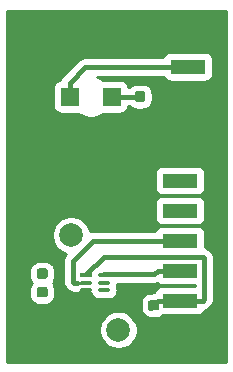
<source format=gbr>
G04 #@! TF.GenerationSoftware,KiCad,Pcbnew,5.1.5+dfsg1-2~bpo9+1*
G04 #@! TF.CreationDate,2020-08-27T14:33:41-04:00*
G04 #@! TF.ProjectId,turbidimeter,74757262-6964-4696-9d65-7465722e6b69,rev?*
G04 #@! TF.SameCoordinates,PX69d4eb8PY3e41030*
G04 #@! TF.FileFunction,Copper,L1,Top*
G04 #@! TF.FilePolarity,Positive*
%FSLAX46Y46*%
G04 Gerber Fmt 4.6, Leading zero omitted, Abs format (unit mm)*
G04 Created by KiCad (PCBNEW 5.1.5+dfsg1-2~bpo9+1) date 2020-08-27 14:33:41*
%MOMM*%
%LPD*%
G04 APERTURE LIST*
%ADD10R,2.999740X1.249680*%
%ADD11C,0.150000*%
%ADD12R,1.498600X1.597660*%
%ADD13O,1.049020X0.299720*%
%ADD14R,1.049020X0.299720*%
%ADD15C,2.000000*%
%ADD16C,0.400000*%
%ADD17C,0.250000*%
%ADD18C,0.254000*%
G04 APERTURE END LIST*
D10*
X15435580Y-7416800D03*
X15435580Y-4876800D03*
G04 #@! TA.AperFunction,SMDPad,CuDef*
D11*
G36*
X3376491Y-21953553D02*
G01*
X3397726Y-21956703D01*
X3418550Y-21961919D01*
X3438762Y-21969151D01*
X3458168Y-21978330D01*
X3476581Y-21989366D01*
X3493824Y-22002154D01*
X3509730Y-22016570D01*
X3524146Y-22032476D01*
X3536934Y-22049719D01*
X3547970Y-22068132D01*
X3557149Y-22087538D01*
X3564381Y-22107750D01*
X3569597Y-22128574D01*
X3572747Y-22149809D01*
X3573800Y-22171250D01*
X3573800Y-22608750D01*
X3572747Y-22630191D01*
X3569597Y-22651426D01*
X3564381Y-22672250D01*
X3557149Y-22692462D01*
X3547970Y-22711868D01*
X3536934Y-22730281D01*
X3524146Y-22747524D01*
X3509730Y-22763430D01*
X3493824Y-22777846D01*
X3476581Y-22790634D01*
X3458168Y-22801670D01*
X3438762Y-22810849D01*
X3418550Y-22818081D01*
X3397726Y-22823297D01*
X3376491Y-22826447D01*
X3355050Y-22827500D01*
X2842550Y-22827500D01*
X2821109Y-22826447D01*
X2799874Y-22823297D01*
X2779050Y-22818081D01*
X2758838Y-22810849D01*
X2739432Y-22801670D01*
X2721019Y-22790634D01*
X2703776Y-22777846D01*
X2687870Y-22763430D01*
X2673454Y-22747524D01*
X2660666Y-22730281D01*
X2649630Y-22711868D01*
X2640451Y-22692462D01*
X2633219Y-22672250D01*
X2628003Y-22651426D01*
X2624853Y-22630191D01*
X2623800Y-22608750D01*
X2623800Y-22171250D01*
X2624853Y-22149809D01*
X2628003Y-22128574D01*
X2633219Y-22107750D01*
X2640451Y-22087538D01*
X2649630Y-22068132D01*
X2660666Y-22049719D01*
X2673454Y-22032476D01*
X2687870Y-22016570D01*
X2703776Y-22002154D01*
X2721019Y-21989366D01*
X2739432Y-21978330D01*
X2758838Y-21969151D01*
X2779050Y-21961919D01*
X2799874Y-21956703D01*
X2821109Y-21953553D01*
X2842550Y-21952500D01*
X3355050Y-21952500D01*
X3376491Y-21953553D01*
G37*
G04 #@! TD.AperFunction*
G04 #@! TA.AperFunction,SMDPad,CuDef*
G36*
X3376491Y-23528553D02*
G01*
X3397726Y-23531703D01*
X3418550Y-23536919D01*
X3438762Y-23544151D01*
X3458168Y-23553330D01*
X3476581Y-23564366D01*
X3493824Y-23577154D01*
X3509730Y-23591570D01*
X3524146Y-23607476D01*
X3536934Y-23624719D01*
X3547970Y-23643132D01*
X3557149Y-23662538D01*
X3564381Y-23682750D01*
X3569597Y-23703574D01*
X3572747Y-23724809D01*
X3573800Y-23746250D01*
X3573800Y-24183750D01*
X3572747Y-24205191D01*
X3569597Y-24226426D01*
X3564381Y-24247250D01*
X3557149Y-24267462D01*
X3547970Y-24286868D01*
X3536934Y-24305281D01*
X3524146Y-24322524D01*
X3509730Y-24338430D01*
X3493824Y-24352846D01*
X3476581Y-24365634D01*
X3458168Y-24376670D01*
X3438762Y-24385849D01*
X3418550Y-24393081D01*
X3397726Y-24398297D01*
X3376491Y-24401447D01*
X3355050Y-24402500D01*
X2842550Y-24402500D01*
X2821109Y-24401447D01*
X2799874Y-24398297D01*
X2779050Y-24393081D01*
X2758838Y-24385849D01*
X2739432Y-24376670D01*
X2721019Y-24365634D01*
X2703776Y-24352846D01*
X2687870Y-24338430D01*
X2673454Y-24322524D01*
X2660666Y-24305281D01*
X2649630Y-24286868D01*
X2640451Y-24267462D01*
X2633219Y-24247250D01*
X2628003Y-24226426D01*
X2624853Y-24205191D01*
X2623800Y-24183750D01*
X2623800Y-23746250D01*
X2624853Y-23724809D01*
X2628003Y-23703574D01*
X2633219Y-23682750D01*
X2640451Y-23662538D01*
X2649630Y-23643132D01*
X2660666Y-23624719D01*
X2673454Y-23607476D01*
X2687870Y-23591570D01*
X2703776Y-23577154D01*
X2721019Y-23564366D01*
X2739432Y-23553330D01*
X2758838Y-23544151D01*
X2779050Y-23536919D01*
X2799874Y-23531703D01*
X2821109Y-23528553D01*
X2842550Y-23527500D01*
X3355050Y-23527500D01*
X3376491Y-23528553D01*
G37*
G04 #@! TD.AperFunction*
D12*
X9012020Y-7409800D03*
X5415380Y-7409800D03*
D13*
X8331300Y-22500000D03*
X8331300Y-23147700D03*
X8331300Y-23795400D03*
X6781900Y-23795400D03*
X6781900Y-23147700D03*
D14*
X6781900Y-22500000D03*
G04 #@! TA.AperFunction,SMDPad,CuDef*
D11*
G36*
X11619291Y-6930153D02*
G01*
X11640526Y-6933303D01*
X11661350Y-6938519D01*
X11681562Y-6945751D01*
X11700968Y-6954930D01*
X11719381Y-6965966D01*
X11736624Y-6978754D01*
X11752530Y-6993170D01*
X11766946Y-7009076D01*
X11779734Y-7026319D01*
X11790770Y-7044732D01*
X11799949Y-7064138D01*
X11807181Y-7084350D01*
X11812397Y-7105174D01*
X11815547Y-7126409D01*
X11816600Y-7147850D01*
X11816600Y-7660350D01*
X11815547Y-7681791D01*
X11812397Y-7703026D01*
X11807181Y-7723850D01*
X11799949Y-7744062D01*
X11790770Y-7763468D01*
X11779734Y-7781881D01*
X11766946Y-7799124D01*
X11752530Y-7815030D01*
X11736624Y-7829446D01*
X11719381Y-7842234D01*
X11700968Y-7853270D01*
X11681562Y-7862449D01*
X11661350Y-7869681D01*
X11640526Y-7874897D01*
X11619291Y-7878047D01*
X11597850Y-7879100D01*
X11160350Y-7879100D01*
X11138909Y-7878047D01*
X11117674Y-7874897D01*
X11096850Y-7869681D01*
X11076638Y-7862449D01*
X11057232Y-7853270D01*
X11038819Y-7842234D01*
X11021576Y-7829446D01*
X11005670Y-7815030D01*
X10991254Y-7799124D01*
X10978466Y-7781881D01*
X10967430Y-7763468D01*
X10958251Y-7744062D01*
X10951019Y-7723850D01*
X10945803Y-7703026D01*
X10942653Y-7681791D01*
X10941600Y-7660350D01*
X10941600Y-7147850D01*
X10942653Y-7126409D01*
X10945803Y-7105174D01*
X10951019Y-7084350D01*
X10958251Y-7064138D01*
X10967430Y-7044732D01*
X10978466Y-7026319D01*
X10991254Y-7009076D01*
X11005670Y-6993170D01*
X11021576Y-6978754D01*
X11038819Y-6965966D01*
X11057232Y-6954930D01*
X11076638Y-6945751D01*
X11096850Y-6938519D01*
X11117674Y-6933303D01*
X11138909Y-6930153D01*
X11160350Y-6929100D01*
X11597850Y-6929100D01*
X11619291Y-6930153D01*
G37*
G04 #@! TD.AperFunction*
G04 #@! TA.AperFunction,SMDPad,CuDef*
G36*
X13194291Y-6930153D02*
G01*
X13215526Y-6933303D01*
X13236350Y-6938519D01*
X13256562Y-6945751D01*
X13275968Y-6954930D01*
X13294381Y-6965966D01*
X13311624Y-6978754D01*
X13327530Y-6993170D01*
X13341946Y-7009076D01*
X13354734Y-7026319D01*
X13365770Y-7044732D01*
X13374949Y-7064138D01*
X13382181Y-7084350D01*
X13387397Y-7105174D01*
X13390547Y-7126409D01*
X13391600Y-7147850D01*
X13391600Y-7660350D01*
X13390547Y-7681791D01*
X13387397Y-7703026D01*
X13382181Y-7723850D01*
X13374949Y-7744062D01*
X13365770Y-7763468D01*
X13354734Y-7781881D01*
X13341946Y-7799124D01*
X13327530Y-7815030D01*
X13311624Y-7829446D01*
X13294381Y-7842234D01*
X13275968Y-7853270D01*
X13256562Y-7862449D01*
X13236350Y-7869681D01*
X13215526Y-7874897D01*
X13194291Y-7878047D01*
X13172850Y-7879100D01*
X12735350Y-7879100D01*
X12713909Y-7878047D01*
X12692674Y-7874897D01*
X12671850Y-7869681D01*
X12651638Y-7862449D01*
X12632232Y-7853270D01*
X12613819Y-7842234D01*
X12596576Y-7829446D01*
X12580670Y-7815030D01*
X12566254Y-7799124D01*
X12553466Y-7781881D01*
X12542430Y-7763468D01*
X12533251Y-7744062D01*
X12526019Y-7723850D01*
X12520803Y-7703026D01*
X12517653Y-7681791D01*
X12516600Y-7660350D01*
X12516600Y-7147850D01*
X12517653Y-7126409D01*
X12520803Y-7105174D01*
X12526019Y-7084350D01*
X12533251Y-7064138D01*
X12542430Y-7044732D01*
X12553466Y-7026319D01*
X12566254Y-7009076D01*
X12580670Y-6993170D01*
X12596576Y-6978754D01*
X12613819Y-6965966D01*
X12632232Y-6954930D01*
X12651638Y-6945751D01*
X12671850Y-6938519D01*
X12692674Y-6933303D01*
X12713909Y-6930153D01*
X12735350Y-6929100D01*
X13172850Y-6929100D01*
X13194291Y-6930153D01*
G37*
G04 #@! TD.AperFunction*
D10*
X14775180Y-27216100D03*
X14775180Y-24676100D03*
X14775180Y-22136100D03*
X14775180Y-19596100D03*
X14775180Y-17056100D03*
X14775180Y-14516100D03*
G04 #@! TA.AperFunction,SMDPad,CuDef*
D11*
G36*
X12825291Y-26208253D02*
G01*
X12846526Y-26211403D01*
X12867350Y-26216619D01*
X12887562Y-26223851D01*
X12906968Y-26233030D01*
X12925381Y-26244066D01*
X12942624Y-26256854D01*
X12958530Y-26271270D01*
X12972946Y-26287176D01*
X12985734Y-26304419D01*
X12996770Y-26322832D01*
X13005949Y-26342238D01*
X13013181Y-26362450D01*
X13018397Y-26383274D01*
X13021547Y-26404509D01*
X13022600Y-26425950D01*
X13022600Y-26863450D01*
X13021547Y-26884891D01*
X13018397Y-26906126D01*
X13013181Y-26926950D01*
X13005949Y-26947162D01*
X12996770Y-26966568D01*
X12985734Y-26984981D01*
X12972946Y-27002224D01*
X12958530Y-27018130D01*
X12942624Y-27032546D01*
X12925381Y-27045334D01*
X12906968Y-27056370D01*
X12887562Y-27065549D01*
X12867350Y-27072781D01*
X12846526Y-27077997D01*
X12825291Y-27081147D01*
X12803850Y-27082200D01*
X12291350Y-27082200D01*
X12269909Y-27081147D01*
X12248674Y-27077997D01*
X12227850Y-27072781D01*
X12207638Y-27065549D01*
X12188232Y-27056370D01*
X12169819Y-27045334D01*
X12152576Y-27032546D01*
X12136670Y-27018130D01*
X12122254Y-27002224D01*
X12109466Y-26984981D01*
X12098430Y-26966568D01*
X12089251Y-26947162D01*
X12082019Y-26926950D01*
X12076803Y-26906126D01*
X12073653Y-26884891D01*
X12072600Y-26863450D01*
X12072600Y-26425950D01*
X12073653Y-26404509D01*
X12076803Y-26383274D01*
X12082019Y-26362450D01*
X12089251Y-26342238D01*
X12098430Y-26322832D01*
X12109466Y-26304419D01*
X12122254Y-26287176D01*
X12136670Y-26271270D01*
X12152576Y-26256854D01*
X12169819Y-26244066D01*
X12188232Y-26233030D01*
X12207638Y-26223851D01*
X12227850Y-26216619D01*
X12248674Y-26211403D01*
X12269909Y-26208253D01*
X12291350Y-26207200D01*
X12803850Y-26207200D01*
X12825291Y-26208253D01*
G37*
G04 #@! TD.AperFunction*
G04 #@! TA.AperFunction,SMDPad,CuDef*
G36*
X12825291Y-24633253D02*
G01*
X12846526Y-24636403D01*
X12867350Y-24641619D01*
X12887562Y-24648851D01*
X12906968Y-24658030D01*
X12925381Y-24669066D01*
X12942624Y-24681854D01*
X12958530Y-24696270D01*
X12972946Y-24712176D01*
X12985734Y-24729419D01*
X12996770Y-24747832D01*
X13005949Y-24767238D01*
X13013181Y-24787450D01*
X13018397Y-24808274D01*
X13021547Y-24829509D01*
X13022600Y-24850950D01*
X13022600Y-25288450D01*
X13021547Y-25309891D01*
X13018397Y-25331126D01*
X13013181Y-25351950D01*
X13005949Y-25372162D01*
X12996770Y-25391568D01*
X12985734Y-25409981D01*
X12972946Y-25427224D01*
X12958530Y-25443130D01*
X12942624Y-25457546D01*
X12925381Y-25470334D01*
X12906968Y-25481370D01*
X12887562Y-25490549D01*
X12867350Y-25497781D01*
X12846526Y-25502997D01*
X12825291Y-25506147D01*
X12803850Y-25507200D01*
X12291350Y-25507200D01*
X12269909Y-25506147D01*
X12248674Y-25502997D01*
X12227850Y-25497781D01*
X12207638Y-25490549D01*
X12188232Y-25481370D01*
X12169819Y-25470334D01*
X12152576Y-25457546D01*
X12136670Y-25443130D01*
X12122254Y-25427224D01*
X12109466Y-25409981D01*
X12098430Y-25391568D01*
X12089251Y-25372162D01*
X12082019Y-25351950D01*
X12076803Y-25331126D01*
X12073653Y-25309891D01*
X12072600Y-25288450D01*
X12072600Y-24850950D01*
X12073653Y-24829509D01*
X12076803Y-24808274D01*
X12082019Y-24787450D01*
X12089251Y-24767238D01*
X12098430Y-24747832D01*
X12109466Y-24729419D01*
X12122254Y-24712176D01*
X12136670Y-24696270D01*
X12152576Y-24681854D01*
X12169819Y-24669066D01*
X12188232Y-24658030D01*
X12207638Y-24648851D01*
X12227850Y-24641619D01*
X12248674Y-24636403D01*
X12269909Y-24633253D01*
X12291350Y-24632200D01*
X12803850Y-24632200D01*
X12825291Y-24633253D01*
G37*
G04 #@! TD.AperFunction*
D15*
X9561900Y-27147700D03*
X5556600Y-19147700D03*
X5213700Y-3409800D03*
X9219000Y-11409800D03*
D16*
X6834070Y-23847570D02*
X6781900Y-23847570D01*
X14775180Y-27216100D02*
X11924302Y-27216100D01*
X8119800Y-25133300D02*
X6834070Y-23847570D01*
X11924302Y-27216100D02*
X9841502Y-25133300D01*
X9841502Y-25133300D02*
X8119800Y-25133300D01*
X12966800Y-7416800D02*
X12954100Y-7404100D01*
X15435580Y-7416800D02*
X12966800Y-7416800D01*
X6834070Y-22447830D02*
X6781900Y-22447830D01*
X8320641Y-20961259D02*
X6834070Y-22447830D01*
X14775180Y-24676100D02*
X16675050Y-24676100D01*
X16675050Y-24676100D02*
X16825051Y-24526099D01*
X16715051Y-20961259D02*
X8320641Y-20961259D01*
X16825051Y-21071259D02*
X16715051Y-20961259D01*
X16825051Y-24526099D02*
X16825051Y-21071259D01*
X12875310Y-24676100D02*
X12268200Y-25283210D01*
X14775180Y-24676100D02*
X12875310Y-24676100D01*
X12334090Y-25283210D02*
X12547600Y-25069700D01*
X12268200Y-25283210D02*
X12334090Y-25283210D01*
X5707389Y-21290913D02*
X5707389Y-23089861D01*
X5707389Y-23089861D02*
X5817389Y-23199861D01*
X7402202Y-19596100D02*
X5707389Y-21290913D01*
X14775180Y-19596100D02*
X7402202Y-19596100D01*
X5817389Y-23199861D02*
X6007100Y-23199861D01*
D17*
X5869550Y-23147700D02*
X5817389Y-23199861D01*
X6781900Y-23147700D02*
X5869550Y-23147700D01*
D16*
X12563580Y-22447830D02*
X8331300Y-22447830D01*
X12875310Y-22136100D02*
X12563580Y-22447830D01*
X14775180Y-22136100D02*
X12875310Y-22136100D01*
X9017720Y-7404100D02*
X9012020Y-7409800D01*
X11379100Y-7404100D02*
X9017720Y-7404100D01*
X5415380Y-6210970D02*
X5415380Y-7409800D01*
X6749550Y-4876800D02*
X5415380Y-6210970D01*
X15435580Y-4876800D02*
X6749550Y-4876800D01*
D18*
G36*
X18669000Y-29845000D02*
G01*
X127000Y-29845000D01*
X127000Y-26987455D01*
X7934900Y-26987455D01*
X7934900Y-27307945D01*
X7997425Y-27622278D01*
X8120072Y-27918373D01*
X8298127Y-28184852D01*
X8524748Y-28411473D01*
X8791227Y-28589528D01*
X9087322Y-28712175D01*
X9401655Y-28774700D01*
X9722145Y-28774700D01*
X10036478Y-28712175D01*
X10332573Y-28589528D01*
X10599052Y-28411473D01*
X10825673Y-28184852D01*
X11003728Y-27918373D01*
X11126375Y-27622278D01*
X11188900Y-27307945D01*
X11188900Y-26987455D01*
X11126375Y-26673122D01*
X11003728Y-26377027D01*
X10825673Y-26110548D01*
X10599052Y-25883927D01*
X10332573Y-25705872D01*
X10036478Y-25583225D01*
X9722145Y-25520700D01*
X9401655Y-25520700D01*
X9087322Y-25583225D01*
X8791227Y-25705872D01*
X8524748Y-25883927D01*
X8298127Y-26110548D01*
X8120072Y-26377027D01*
X7997425Y-26673122D01*
X7934900Y-26987455D01*
X127000Y-26987455D01*
X127000Y-22171250D01*
X1993767Y-22171250D01*
X1993767Y-22608750D01*
X2010076Y-22774339D01*
X2058377Y-22933565D01*
X2136813Y-23080309D01*
X2216576Y-23177500D01*
X2136813Y-23274691D01*
X2058377Y-23421435D01*
X2010076Y-23580661D01*
X1993767Y-23746250D01*
X1993767Y-24183750D01*
X2010076Y-24349339D01*
X2058377Y-24508565D01*
X2136813Y-24655309D01*
X2242370Y-24783930D01*
X2370991Y-24889487D01*
X2517735Y-24967923D01*
X2676961Y-25016224D01*
X2842550Y-25032533D01*
X3355050Y-25032533D01*
X3520639Y-25016224D01*
X3679865Y-24967923D01*
X3826609Y-24889487D01*
X3955230Y-24783930D01*
X4060787Y-24655309D01*
X4139223Y-24508565D01*
X4187524Y-24349339D01*
X4203833Y-24183750D01*
X4203833Y-23746250D01*
X4187524Y-23580661D01*
X4139223Y-23421435D01*
X4060787Y-23274691D01*
X3981024Y-23177500D01*
X4060787Y-23080309D01*
X4139223Y-22933565D01*
X4187524Y-22774339D01*
X4203833Y-22608750D01*
X4203833Y-22171250D01*
X4187524Y-22005661D01*
X4139223Y-21846435D01*
X4060787Y-21699691D01*
X3955230Y-21571070D01*
X3826609Y-21465513D01*
X3679865Y-21387077D01*
X3520639Y-21338776D01*
X3355050Y-21322467D01*
X2842550Y-21322467D01*
X2676961Y-21338776D01*
X2517735Y-21387077D01*
X2370991Y-21465513D01*
X2242370Y-21571070D01*
X2136813Y-21699691D01*
X2058377Y-21846435D01*
X2010076Y-22005661D01*
X1993767Y-22171250D01*
X127000Y-22171250D01*
X127000Y-18987455D01*
X3929600Y-18987455D01*
X3929600Y-19307945D01*
X3992125Y-19622278D01*
X4114772Y-19918373D01*
X4292827Y-20184852D01*
X4519448Y-20411473D01*
X4785927Y-20589528D01*
X5082022Y-20712175D01*
X5108227Y-20717388D01*
X5078798Y-20753248D01*
X5016437Y-20829234D01*
X4982176Y-20893333D01*
X4939644Y-20972904D01*
X4892355Y-21128794D01*
X4880389Y-21250290D01*
X4880389Y-21250299D01*
X4876389Y-21290913D01*
X4880389Y-21331527D01*
X4880390Y-23049238D01*
X4876389Y-23089861D01*
X4892356Y-23251981D01*
X4939645Y-23407871D01*
X5016437Y-23551540D01*
X5091587Y-23643109D01*
X5119784Y-23677467D01*
X5151335Y-23703360D01*
X5203887Y-23755912D01*
X5229783Y-23787467D01*
X5355710Y-23890813D01*
X5499379Y-23967606D01*
X5655269Y-24014895D01*
X5776765Y-24026861D01*
X5776777Y-24026861D01*
X5817388Y-24030861D01*
X5857999Y-24026861D01*
X6047724Y-24026861D01*
X6169220Y-24014895D01*
X6325110Y-23967606D01*
X6405643Y-23924560D01*
X7188753Y-23924560D01*
X7191031Y-23947691D01*
X7235453Y-24094130D01*
X7307590Y-24229088D01*
X7404670Y-24347380D01*
X7522962Y-24444460D01*
X7657920Y-24516597D01*
X7804359Y-24561019D01*
X7918493Y-24572260D01*
X8744107Y-24572260D01*
X8858241Y-24561019D01*
X9004680Y-24516597D01*
X9139638Y-24444460D01*
X9257930Y-24347380D01*
X9355010Y-24229088D01*
X9427147Y-24094130D01*
X9471569Y-23947691D01*
X9486568Y-23795400D01*
X9471569Y-23643109D01*
X9427147Y-23496670D01*
X9413720Y-23471550D01*
X9427147Y-23446430D01*
X9471569Y-23299991D01*
X9474047Y-23274830D01*
X12522966Y-23274830D01*
X12563580Y-23278830D01*
X12604194Y-23274830D01*
X12604204Y-23274830D01*
X12725700Y-23262864D01*
X12851910Y-23224578D01*
X12925282Y-23284793D01*
X13034207Y-23343015D01*
X13152397Y-23378867D01*
X13275310Y-23390973D01*
X15998051Y-23390973D01*
X15998051Y-23421227D01*
X13275310Y-23421227D01*
X13152397Y-23433333D01*
X13034207Y-23469185D01*
X12925282Y-23527407D01*
X12829809Y-23605759D01*
X12751457Y-23701232D01*
X12693235Y-23810157D01*
X12674205Y-23872892D01*
X12557300Y-23908355D01*
X12526983Y-23924560D01*
X12413629Y-23985148D01*
X12392892Y-24002167D01*
X12291350Y-24002167D01*
X12125761Y-24018476D01*
X11966535Y-24066777D01*
X11819791Y-24145213D01*
X11691170Y-24250770D01*
X11585613Y-24379391D01*
X11507177Y-24526135D01*
X11458876Y-24685361D01*
X11442567Y-24850950D01*
X11442567Y-25228706D01*
X11437199Y-25283210D01*
X11453166Y-25445330D01*
X11500455Y-25601220D01*
X11577248Y-25744889D01*
X11578060Y-25745879D01*
X11585613Y-25760009D01*
X11691170Y-25888630D01*
X11819791Y-25994187D01*
X11966535Y-26072623D01*
X12125761Y-26120924D01*
X12291350Y-26137233D01*
X12803850Y-26137233D01*
X12969439Y-26120924D01*
X13128665Y-26072623D01*
X13275409Y-25994187D01*
X13352435Y-25930973D01*
X16275050Y-25930973D01*
X16397963Y-25918867D01*
X16516153Y-25883015D01*
X16625078Y-25824793D01*
X16720551Y-25746441D01*
X16798903Y-25650968D01*
X16857125Y-25542043D01*
X16876155Y-25479308D01*
X16993060Y-25443845D01*
X17136729Y-25367052D01*
X17262656Y-25263706D01*
X17288554Y-25232149D01*
X17381104Y-25139600D01*
X17412657Y-25113705D01*
X17516003Y-24987778D01*
X17592796Y-24844109D01*
X17640085Y-24688219D01*
X17652051Y-24566723D01*
X17652051Y-24566711D01*
X17656051Y-24526100D01*
X17652051Y-24485489D01*
X17652051Y-21111869D01*
X17656051Y-21071258D01*
X17652051Y-21030647D01*
X17652051Y-21030635D01*
X17640085Y-20909139D01*
X17592796Y-20753249D01*
X17516003Y-20609580D01*
X17412657Y-20483653D01*
X17381102Y-20457757D01*
X17328555Y-20405210D01*
X17302657Y-20373653D01*
X17176730Y-20270307D01*
X17033061Y-20193514D01*
X16905083Y-20154692D01*
X16905083Y-18971260D01*
X16892977Y-18848347D01*
X16857125Y-18730157D01*
X16798903Y-18621232D01*
X16720551Y-18525759D01*
X16625078Y-18447407D01*
X16516153Y-18389185D01*
X16397963Y-18353333D01*
X16275050Y-18341227D01*
X13275310Y-18341227D01*
X13152397Y-18353333D01*
X13034207Y-18389185D01*
X12925282Y-18447407D01*
X12829809Y-18525759D01*
X12751457Y-18621232D01*
X12693235Y-18730157D01*
X12681422Y-18769100D01*
X7442816Y-18769100D01*
X7402202Y-18765100D01*
X7361588Y-18769100D01*
X7361578Y-18769100D01*
X7240082Y-18781066D01*
X7148097Y-18808970D01*
X7121075Y-18673122D01*
X6998428Y-18377027D01*
X6820373Y-18110548D01*
X6593752Y-17883927D01*
X6327273Y-17705872D01*
X6031178Y-17583225D01*
X5716845Y-17520700D01*
X5396355Y-17520700D01*
X5082022Y-17583225D01*
X4785927Y-17705872D01*
X4519448Y-17883927D01*
X4292827Y-18110548D01*
X4114772Y-18377027D01*
X3992125Y-18673122D01*
X3929600Y-18987455D01*
X127000Y-18987455D01*
X127000Y-16431260D01*
X12645277Y-16431260D01*
X12645277Y-17680940D01*
X12657383Y-17803853D01*
X12693235Y-17922043D01*
X12751457Y-18030968D01*
X12829809Y-18126441D01*
X12925282Y-18204793D01*
X13034207Y-18263015D01*
X13152397Y-18298867D01*
X13275310Y-18310973D01*
X16275050Y-18310973D01*
X16397963Y-18298867D01*
X16516153Y-18263015D01*
X16625078Y-18204793D01*
X16720551Y-18126441D01*
X16798903Y-18030968D01*
X16857125Y-17922043D01*
X16892977Y-17803853D01*
X16905083Y-17680940D01*
X16905083Y-16431260D01*
X16892977Y-16308347D01*
X16857125Y-16190157D01*
X16798903Y-16081232D01*
X16720551Y-15985759D01*
X16625078Y-15907407D01*
X16516153Y-15849185D01*
X16397963Y-15813333D01*
X16275050Y-15801227D01*
X13275310Y-15801227D01*
X13152397Y-15813333D01*
X13034207Y-15849185D01*
X12925282Y-15907407D01*
X12829809Y-15985759D01*
X12751457Y-16081232D01*
X12693235Y-16190157D01*
X12657383Y-16308347D01*
X12645277Y-16431260D01*
X127000Y-16431260D01*
X127000Y-13891260D01*
X12645277Y-13891260D01*
X12645277Y-15140940D01*
X12657383Y-15263853D01*
X12693235Y-15382043D01*
X12751457Y-15490968D01*
X12829809Y-15586441D01*
X12925282Y-15664793D01*
X13034207Y-15723015D01*
X13152397Y-15758867D01*
X13275310Y-15770973D01*
X16275050Y-15770973D01*
X16397963Y-15758867D01*
X16516153Y-15723015D01*
X16625078Y-15664793D01*
X16720551Y-15586441D01*
X16798903Y-15490968D01*
X16857125Y-15382043D01*
X16892977Y-15263853D01*
X16905083Y-15140940D01*
X16905083Y-13891260D01*
X16892977Y-13768347D01*
X16857125Y-13650157D01*
X16798903Y-13541232D01*
X16720551Y-13445759D01*
X16625078Y-13367407D01*
X16516153Y-13309185D01*
X16397963Y-13273333D01*
X16275050Y-13261227D01*
X13275310Y-13261227D01*
X13152397Y-13273333D01*
X13034207Y-13309185D01*
X12925282Y-13367407D01*
X12829809Y-13445759D01*
X12751457Y-13541232D01*
X12693235Y-13650157D01*
X12657383Y-13768347D01*
X12645277Y-13891260D01*
X127000Y-13891260D01*
X127000Y-6610970D01*
X4036047Y-6610970D01*
X4036047Y-8208630D01*
X4048153Y-8331543D01*
X4084005Y-8449733D01*
X4142227Y-8558658D01*
X4220579Y-8654131D01*
X4316052Y-8732483D01*
X4424977Y-8790705D01*
X4543167Y-8826557D01*
X4666080Y-8838663D01*
X6154799Y-8838663D01*
X6372283Y-8983981D01*
X6695558Y-9117886D01*
X7038745Y-9186150D01*
X7388655Y-9186150D01*
X7731842Y-9117886D01*
X8055117Y-8983981D01*
X8272601Y-8838663D01*
X9761320Y-8838663D01*
X9884233Y-8826557D01*
X10002423Y-8790705D01*
X10111348Y-8732483D01*
X10206821Y-8654131D01*
X10285173Y-8558658D01*
X10343395Y-8449733D01*
X10379247Y-8331543D01*
X10389140Y-8231100D01*
X10536017Y-8231100D01*
X10560170Y-8260530D01*
X10688791Y-8366087D01*
X10835535Y-8444523D01*
X10994761Y-8492824D01*
X11160350Y-8509133D01*
X11597850Y-8509133D01*
X11763439Y-8492824D01*
X11922665Y-8444523D01*
X12069409Y-8366087D01*
X12198030Y-8260530D01*
X12303587Y-8131909D01*
X12382023Y-7985165D01*
X12430324Y-7825939D01*
X12446633Y-7660350D01*
X12446633Y-7147850D01*
X12430324Y-6982261D01*
X12382023Y-6823035D01*
X12303587Y-6676291D01*
X12198030Y-6547670D01*
X12069409Y-6442113D01*
X11922665Y-6363677D01*
X11763439Y-6315376D01*
X11597850Y-6299067D01*
X11160350Y-6299067D01*
X10994761Y-6315376D01*
X10835535Y-6363677D01*
X10688791Y-6442113D01*
X10560170Y-6547670D01*
X10536017Y-6577100D01*
X10388017Y-6577100D01*
X10379247Y-6488057D01*
X10343395Y-6369867D01*
X10285173Y-6260942D01*
X10206821Y-6165469D01*
X10111348Y-6087117D01*
X10002423Y-6028895D01*
X9884233Y-5993043D01*
X9761320Y-5980937D01*
X8272601Y-5980937D01*
X8055117Y-5835619D01*
X7736878Y-5703800D01*
X13341822Y-5703800D01*
X13353635Y-5742743D01*
X13411857Y-5851668D01*
X13490209Y-5947141D01*
X13585682Y-6025493D01*
X13694607Y-6083715D01*
X13812797Y-6119567D01*
X13935710Y-6131673D01*
X16935450Y-6131673D01*
X17058363Y-6119567D01*
X17176553Y-6083715D01*
X17285478Y-6025493D01*
X17380951Y-5947141D01*
X17459303Y-5851668D01*
X17517525Y-5742743D01*
X17553377Y-5624553D01*
X17565483Y-5501640D01*
X17565483Y-4251960D01*
X17553377Y-4129047D01*
X17517525Y-4010857D01*
X17459303Y-3901932D01*
X17380951Y-3806459D01*
X17285478Y-3728107D01*
X17176553Y-3669885D01*
X17058363Y-3634033D01*
X16935450Y-3621927D01*
X13935710Y-3621927D01*
X13812797Y-3634033D01*
X13694607Y-3669885D01*
X13585682Y-3728107D01*
X13490209Y-3806459D01*
X13411857Y-3901932D01*
X13353635Y-4010857D01*
X13341822Y-4049800D01*
X6790160Y-4049800D01*
X6749549Y-4045800D01*
X6708938Y-4049800D01*
X6708926Y-4049800D01*
X6587430Y-4061766D01*
X6431540Y-4109055D01*
X6394138Y-4129047D01*
X6287869Y-4185848D01*
X6193497Y-4263298D01*
X6193491Y-4263304D01*
X6161944Y-4289194D01*
X6136053Y-4320742D01*
X4859332Y-5597465D01*
X4827774Y-5623364D01*
X4801878Y-5654919D01*
X4724428Y-5749291D01*
X4683382Y-5826084D01*
X4647635Y-5892961D01*
X4619558Y-5985519D01*
X4543167Y-5993043D01*
X4424977Y-6028895D01*
X4316052Y-6087117D01*
X4220579Y-6165469D01*
X4142227Y-6260942D01*
X4084005Y-6369867D01*
X4048153Y-6488057D01*
X4036047Y-6610970D01*
X127000Y-6610970D01*
X127000Y-127000D01*
X18669000Y-127000D01*
X18669000Y-29845000D01*
G37*
X18669000Y-29845000D02*
X127000Y-29845000D01*
X127000Y-26987455D01*
X7934900Y-26987455D01*
X7934900Y-27307945D01*
X7997425Y-27622278D01*
X8120072Y-27918373D01*
X8298127Y-28184852D01*
X8524748Y-28411473D01*
X8791227Y-28589528D01*
X9087322Y-28712175D01*
X9401655Y-28774700D01*
X9722145Y-28774700D01*
X10036478Y-28712175D01*
X10332573Y-28589528D01*
X10599052Y-28411473D01*
X10825673Y-28184852D01*
X11003728Y-27918373D01*
X11126375Y-27622278D01*
X11188900Y-27307945D01*
X11188900Y-26987455D01*
X11126375Y-26673122D01*
X11003728Y-26377027D01*
X10825673Y-26110548D01*
X10599052Y-25883927D01*
X10332573Y-25705872D01*
X10036478Y-25583225D01*
X9722145Y-25520700D01*
X9401655Y-25520700D01*
X9087322Y-25583225D01*
X8791227Y-25705872D01*
X8524748Y-25883927D01*
X8298127Y-26110548D01*
X8120072Y-26377027D01*
X7997425Y-26673122D01*
X7934900Y-26987455D01*
X127000Y-26987455D01*
X127000Y-22171250D01*
X1993767Y-22171250D01*
X1993767Y-22608750D01*
X2010076Y-22774339D01*
X2058377Y-22933565D01*
X2136813Y-23080309D01*
X2216576Y-23177500D01*
X2136813Y-23274691D01*
X2058377Y-23421435D01*
X2010076Y-23580661D01*
X1993767Y-23746250D01*
X1993767Y-24183750D01*
X2010076Y-24349339D01*
X2058377Y-24508565D01*
X2136813Y-24655309D01*
X2242370Y-24783930D01*
X2370991Y-24889487D01*
X2517735Y-24967923D01*
X2676961Y-25016224D01*
X2842550Y-25032533D01*
X3355050Y-25032533D01*
X3520639Y-25016224D01*
X3679865Y-24967923D01*
X3826609Y-24889487D01*
X3955230Y-24783930D01*
X4060787Y-24655309D01*
X4139223Y-24508565D01*
X4187524Y-24349339D01*
X4203833Y-24183750D01*
X4203833Y-23746250D01*
X4187524Y-23580661D01*
X4139223Y-23421435D01*
X4060787Y-23274691D01*
X3981024Y-23177500D01*
X4060787Y-23080309D01*
X4139223Y-22933565D01*
X4187524Y-22774339D01*
X4203833Y-22608750D01*
X4203833Y-22171250D01*
X4187524Y-22005661D01*
X4139223Y-21846435D01*
X4060787Y-21699691D01*
X3955230Y-21571070D01*
X3826609Y-21465513D01*
X3679865Y-21387077D01*
X3520639Y-21338776D01*
X3355050Y-21322467D01*
X2842550Y-21322467D01*
X2676961Y-21338776D01*
X2517735Y-21387077D01*
X2370991Y-21465513D01*
X2242370Y-21571070D01*
X2136813Y-21699691D01*
X2058377Y-21846435D01*
X2010076Y-22005661D01*
X1993767Y-22171250D01*
X127000Y-22171250D01*
X127000Y-18987455D01*
X3929600Y-18987455D01*
X3929600Y-19307945D01*
X3992125Y-19622278D01*
X4114772Y-19918373D01*
X4292827Y-20184852D01*
X4519448Y-20411473D01*
X4785927Y-20589528D01*
X5082022Y-20712175D01*
X5108227Y-20717388D01*
X5078798Y-20753248D01*
X5016437Y-20829234D01*
X4982176Y-20893333D01*
X4939644Y-20972904D01*
X4892355Y-21128794D01*
X4880389Y-21250290D01*
X4880389Y-21250299D01*
X4876389Y-21290913D01*
X4880389Y-21331527D01*
X4880390Y-23049238D01*
X4876389Y-23089861D01*
X4892356Y-23251981D01*
X4939645Y-23407871D01*
X5016437Y-23551540D01*
X5091587Y-23643109D01*
X5119784Y-23677467D01*
X5151335Y-23703360D01*
X5203887Y-23755912D01*
X5229783Y-23787467D01*
X5355710Y-23890813D01*
X5499379Y-23967606D01*
X5655269Y-24014895D01*
X5776765Y-24026861D01*
X5776777Y-24026861D01*
X5817388Y-24030861D01*
X5857999Y-24026861D01*
X6047724Y-24026861D01*
X6169220Y-24014895D01*
X6325110Y-23967606D01*
X6405643Y-23924560D01*
X7188753Y-23924560D01*
X7191031Y-23947691D01*
X7235453Y-24094130D01*
X7307590Y-24229088D01*
X7404670Y-24347380D01*
X7522962Y-24444460D01*
X7657920Y-24516597D01*
X7804359Y-24561019D01*
X7918493Y-24572260D01*
X8744107Y-24572260D01*
X8858241Y-24561019D01*
X9004680Y-24516597D01*
X9139638Y-24444460D01*
X9257930Y-24347380D01*
X9355010Y-24229088D01*
X9427147Y-24094130D01*
X9471569Y-23947691D01*
X9486568Y-23795400D01*
X9471569Y-23643109D01*
X9427147Y-23496670D01*
X9413720Y-23471550D01*
X9427147Y-23446430D01*
X9471569Y-23299991D01*
X9474047Y-23274830D01*
X12522966Y-23274830D01*
X12563580Y-23278830D01*
X12604194Y-23274830D01*
X12604204Y-23274830D01*
X12725700Y-23262864D01*
X12851910Y-23224578D01*
X12925282Y-23284793D01*
X13034207Y-23343015D01*
X13152397Y-23378867D01*
X13275310Y-23390973D01*
X15998051Y-23390973D01*
X15998051Y-23421227D01*
X13275310Y-23421227D01*
X13152397Y-23433333D01*
X13034207Y-23469185D01*
X12925282Y-23527407D01*
X12829809Y-23605759D01*
X12751457Y-23701232D01*
X12693235Y-23810157D01*
X12674205Y-23872892D01*
X12557300Y-23908355D01*
X12526983Y-23924560D01*
X12413629Y-23985148D01*
X12392892Y-24002167D01*
X12291350Y-24002167D01*
X12125761Y-24018476D01*
X11966535Y-24066777D01*
X11819791Y-24145213D01*
X11691170Y-24250770D01*
X11585613Y-24379391D01*
X11507177Y-24526135D01*
X11458876Y-24685361D01*
X11442567Y-24850950D01*
X11442567Y-25228706D01*
X11437199Y-25283210D01*
X11453166Y-25445330D01*
X11500455Y-25601220D01*
X11577248Y-25744889D01*
X11578060Y-25745879D01*
X11585613Y-25760009D01*
X11691170Y-25888630D01*
X11819791Y-25994187D01*
X11966535Y-26072623D01*
X12125761Y-26120924D01*
X12291350Y-26137233D01*
X12803850Y-26137233D01*
X12969439Y-26120924D01*
X13128665Y-26072623D01*
X13275409Y-25994187D01*
X13352435Y-25930973D01*
X16275050Y-25930973D01*
X16397963Y-25918867D01*
X16516153Y-25883015D01*
X16625078Y-25824793D01*
X16720551Y-25746441D01*
X16798903Y-25650968D01*
X16857125Y-25542043D01*
X16876155Y-25479308D01*
X16993060Y-25443845D01*
X17136729Y-25367052D01*
X17262656Y-25263706D01*
X17288554Y-25232149D01*
X17381104Y-25139600D01*
X17412657Y-25113705D01*
X17516003Y-24987778D01*
X17592796Y-24844109D01*
X17640085Y-24688219D01*
X17652051Y-24566723D01*
X17652051Y-24566711D01*
X17656051Y-24526100D01*
X17652051Y-24485489D01*
X17652051Y-21111869D01*
X17656051Y-21071258D01*
X17652051Y-21030647D01*
X17652051Y-21030635D01*
X17640085Y-20909139D01*
X17592796Y-20753249D01*
X17516003Y-20609580D01*
X17412657Y-20483653D01*
X17381102Y-20457757D01*
X17328555Y-20405210D01*
X17302657Y-20373653D01*
X17176730Y-20270307D01*
X17033061Y-20193514D01*
X16905083Y-20154692D01*
X16905083Y-18971260D01*
X16892977Y-18848347D01*
X16857125Y-18730157D01*
X16798903Y-18621232D01*
X16720551Y-18525759D01*
X16625078Y-18447407D01*
X16516153Y-18389185D01*
X16397963Y-18353333D01*
X16275050Y-18341227D01*
X13275310Y-18341227D01*
X13152397Y-18353333D01*
X13034207Y-18389185D01*
X12925282Y-18447407D01*
X12829809Y-18525759D01*
X12751457Y-18621232D01*
X12693235Y-18730157D01*
X12681422Y-18769100D01*
X7442816Y-18769100D01*
X7402202Y-18765100D01*
X7361588Y-18769100D01*
X7361578Y-18769100D01*
X7240082Y-18781066D01*
X7148097Y-18808970D01*
X7121075Y-18673122D01*
X6998428Y-18377027D01*
X6820373Y-18110548D01*
X6593752Y-17883927D01*
X6327273Y-17705872D01*
X6031178Y-17583225D01*
X5716845Y-17520700D01*
X5396355Y-17520700D01*
X5082022Y-17583225D01*
X4785927Y-17705872D01*
X4519448Y-17883927D01*
X4292827Y-18110548D01*
X4114772Y-18377027D01*
X3992125Y-18673122D01*
X3929600Y-18987455D01*
X127000Y-18987455D01*
X127000Y-16431260D01*
X12645277Y-16431260D01*
X12645277Y-17680940D01*
X12657383Y-17803853D01*
X12693235Y-17922043D01*
X12751457Y-18030968D01*
X12829809Y-18126441D01*
X12925282Y-18204793D01*
X13034207Y-18263015D01*
X13152397Y-18298867D01*
X13275310Y-18310973D01*
X16275050Y-18310973D01*
X16397963Y-18298867D01*
X16516153Y-18263015D01*
X16625078Y-18204793D01*
X16720551Y-18126441D01*
X16798903Y-18030968D01*
X16857125Y-17922043D01*
X16892977Y-17803853D01*
X16905083Y-17680940D01*
X16905083Y-16431260D01*
X16892977Y-16308347D01*
X16857125Y-16190157D01*
X16798903Y-16081232D01*
X16720551Y-15985759D01*
X16625078Y-15907407D01*
X16516153Y-15849185D01*
X16397963Y-15813333D01*
X16275050Y-15801227D01*
X13275310Y-15801227D01*
X13152397Y-15813333D01*
X13034207Y-15849185D01*
X12925282Y-15907407D01*
X12829809Y-15985759D01*
X12751457Y-16081232D01*
X12693235Y-16190157D01*
X12657383Y-16308347D01*
X12645277Y-16431260D01*
X127000Y-16431260D01*
X127000Y-13891260D01*
X12645277Y-13891260D01*
X12645277Y-15140940D01*
X12657383Y-15263853D01*
X12693235Y-15382043D01*
X12751457Y-15490968D01*
X12829809Y-15586441D01*
X12925282Y-15664793D01*
X13034207Y-15723015D01*
X13152397Y-15758867D01*
X13275310Y-15770973D01*
X16275050Y-15770973D01*
X16397963Y-15758867D01*
X16516153Y-15723015D01*
X16625078Y-15664793D01*
X16720551Y-15586441D01*
X16798903Y-15490968D01*
X16857125Y-15382043D01*
X16892977Y-15263853D01*
X16905083Y-15140940D01*
X16905083Y-13891260D01*
X16892977Y-13768347D01*
X16857125Y-13650157D01*
X16798903Y-13541232D01*
X16720551Y-13445759D01*
X16625078Y-13367407D01*
X16516153Y-13309185D01*
X16397963Y-13273333D01*
X16275050Y-13261227D01*
X13275310Y-13261227D01*
X13152397Y-13273333D01*
X13034207Y-13309185D01*
X12925282Y-13367407D01*
X12829809Y-13445759D01*
X12751457Y-13541232D01*
X12693235Y-13650157D01*
X12657383Y-13768347D01*
X12645277Y-13891260D01*
X127000Y-13891260D01*
X127000Y-6610970D01*
X4036047Y-6610970D01*
X4036047Y-8208630D01*
X4048153Y-8331543D01*
X4084005Y-8449733D01*
X4142227Y-8558658D01*
X4220579Y-8654131D01*
X4316052Y-8732483D01*
X4424977Y-8790705D01*
X4543167Y-8826557D01*
X4666080Y-8838663D01*
X6154799Y-8838663D01*
X6372283Y-8983981D01*
X6695558Y-9117886D01*
X7038745Y-9186150D01*
X7388655Y-9186150D01*
X7731842Y-9117886D01*
X8055117Y-8983981D01*
X8272601Y-8838663D01*
X9761320Y-8838663D01*
X9884233Y-8826557D01*
X10002423Y-8790705D01*
X10111348Y-8732483D01*
X10206821Y-8654131D01*
X10285173Y-8558658D01*
X10343395Y-8449733D01*
X10379247Y-8331543D01*
X10389140Y-8231100D01*
X10536017Y-8231100D01*
X10560170Y-8260530D01*
X10688791Y-8366087D01*
X10835535Y-8444523D01*
X10994761Y-8492824D01*
X11160350Y-8509133D01*
X11597850Y-8509133D01*
X11763439Y-8492824D01*
X11922665Y-8444523D01*
X12069409Y-8366087D01*
X12198030Y-8260530D01*
X12303587Y-8131909D01*
X12382023Y-7985165D01*
X12430324Y-7825939D01*
X12446633Y-7660350D01*
X12446633Y-7147850D01*
X12430324Y-6982261D01*
X12382023Y-6823035D01*
X12303587Y-6676291D01*
X12198030Y-6547670D01*
X12069409Y-6442113D01*
X11922665Y-6363677D01*
X11763439Y-6315376D01*
X11597850Y-6299067D01*
X11160350Y-6299067D01*
X10994761Y-6315376D01*
X10835535Y-6363677D01*
X10688791Y-6442113D01*
X10560170Y-6547670D01*
X10536017Y-6577100D01*
X10388017Y-6577100D01*
X10379247Y-6488057D01*
X10343395Y-6369867D01*
X10285173Y-6260942D01*
X10206821Y-6165469D01*
X10111348Y-6087117D01*
X10002423Y-6028895D01*
X9884233Y-5993043D01*
X9761320Y-5980937D01*
X8272601Y-5980937D01*
X8055117Y-5835619D01*
X7736878Y-5703800D01*
X13341822Y-5703800D01*
X13353635Y-5742743D01*
X13411857Y-5851668D01*
X13490209Y-5947141D01*
X13585682Y-6025493D01*
X13694607Y-6083715D01*
X13812797Y-6119567D01*
X13935710Y-6131673D01*
X16935450Y-6131673D01*
X17058363Y-6119567D01*
X17176553Y-6083715D01*
X17285478Y-6025493D01*
X17380951Y-5947141D01*
X17459303Y-5851668D01*
X17517525Y-5742743D01*
X17553377Y-5624553D01*
X17565483Y-5501640D01*
X17565483Y-4251960D01*
X17553377Y-4129047D01*
X17517525Y-4010857D01*
X17459303Y-3901932D01*
X17380951Y-3806459D01*
X17285478Y-3728107D01*
X17176553Y-3669885D01*
X17058363Y-3634033D01*
X16935450Y-3621927D01*
X13935710Y-3621927D01*
X13812797Y-3634033D01*
X13694607Y-3669885D01*
X13585682Y-3728107D01*
X13490209Y-3806459D01*
X13411857Y-3901932D01*
X13353635Y-4010857D01*
X13341822Y-4049800D01*
X6790160Y-4049800D01*
X6749549Y-4045800D01*
X6708938Y-4049800D01*
X6708926Y-4049800D01*
X6587430Y-4061766D01*
X6431540Y-4109055D01*
X6394138Y-4129047D01*
X6287869Y-4185848D01*
X6193497Y-4263298D01*
X6193491Y-4263304D01*
X6161944Y-4289194D01*
X6136053Y-4320742D01*
X4859332Y-5597465D01*
X4827774Y-5623364D01*
X4801878Y-5654919D01*
X4724428Y-5749291D01*
X4683382Y-5826084D01*
X4647635Y-5892961D01*
X4619558Y-5985519D01*
X4543167Y-5993043D01*
X4424977Y-6028895D01*
X4316052Y-6087117D01*
X4220579Y-6165469D01*
X4142227Y-6260942D01*
X4084005Y-6369867D01*
X4048153Y-6488057D01*
X4036047Y-6610970D01*
X127000Y-6610970D01*
X127000Y-127000D01*
X18669000Y-127000D01*
X18669000Y-29845000D01*
M02*

</source>
